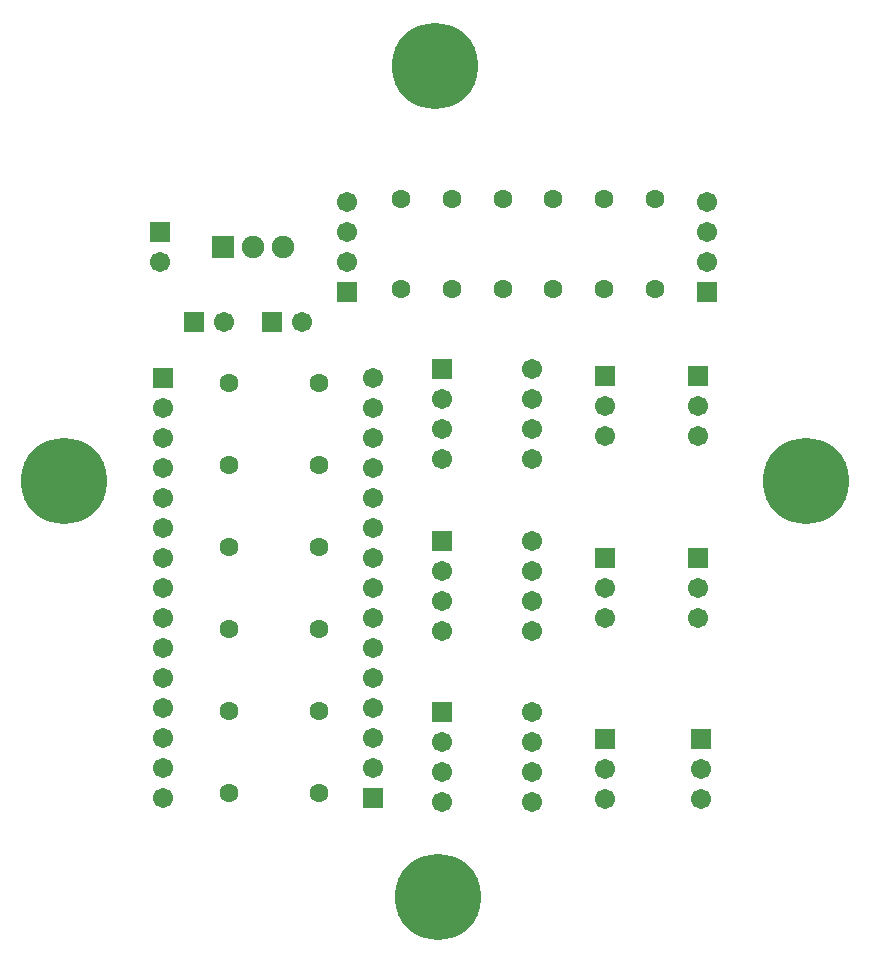
<source format=gts>
G04 Layer_Color=8388736*
%FSLAX44Y44*%
%MOMM*%
G71*
G01*
G75*
%ADD22R,1.7032X1.7032*%
%ADD23C,1.7032*%
%ADD24R,1.7032X1.7032*%
%ADD25C,1.6032*%
%ADD26R,1.9032X1.9032*%
%ADD27C,1.9032*%
%ADD28C,7.3032*%
D22*
X781050Y993140D02*
D03*
X624840Y920750D02*
D03*
X802640Y565150D02*
D03*
X1085850Y993140D02*
D03*
X1080770Y614680D02*
D03*
X999490D02*
D03*
X1078230Y768350D02*
D03*
X999490D02*
D03*
X1078230Y922020D02*
D03*
X999490D02*
D03*
X622300Y1043940D02*
D03*
D23*
X781050Y1018540D02*
D03*
Y1043940D02*
D03*
Y1069340D02*
D03*
X861060Y612140D02*
D03*
Y586740D02*
D03*
Y561340D02*
D03*
X937260Y637540D02*
D03*
Y612140D02*
D03*
Y586740D02*
D03*
Y561340D02*
D03*
X861060Y757555D02*
D03*
Y732155D02*
D03*
Y706755D02*
D03*
X937260Y782955D02*
D03*
Y757555D02*
D03*
Y732155D02*
D03*
Y706755D02*
D03*
X624840Y895350D02*
D03*
Y869950D02*
D03*
Y844550D02*
D03*
Y819150D02*
D03*
Y793750D02*
D03*
Y768350D02*
D03*
Y742950D02*
D03*
Y717550D02*
D03*
Y692150D02*
D03*
Y666750D02*
D03*
Y641350D02*
D03*
Y615950D02*
D03*
Y590550D02*
D03*
Y565150D02*
D03*
X802640Y590550D02*
D03*
Y615950D02*
D03*
Y641350D02*
D03*
Y666750D02*
D03*
Y692150D02*
D03*
Y717550D02*
D03*
Y742950D02*
D03*
Y768350D02*
D03*
Y793750D02*
D03*
Y819150D02*
D03*
Y844550D02*
D03*
Y869950D02*
D03*
Y895350D02*
D03*
Y920750D02*
D03*
X861060Y902970D02*
D03*
Y877570D02*
D03*
Y852170D02*
D03*
X937260Y928370D02*
D03*
Y902970D02*
D03*
Y877570D02*
D03*
Y852170D02*
D03*
X676910Y967740D02*
D03*
X742950D02*
D03*
X1085850Y1018540D02*
D03*
Y1043940D02*
D03*
Y1069340D02*
D03*
X1080770Y563880D02*
D03*
Y589280D02*
D03*
X999490Y563880D02*
D03*
Y589280D02*
D03*
X1078230Y717550D02*
D03*
Y742950D02*
D03*
X999490Y717550D02*
D03*
Y742950D02*
D03*
X1078230Y871220D02*
D03*
Y896620D02*
D03*
X999490Y871220D02*
D03*
Y896620D02*
D03*
X622300Y1018540D02*
D03*
D24*
X861060Y637540D02*
D03*
Y782955D02*
D03*
Y928370D02*
D03*
X651510Y967740D02*
D03*
X717550D02*
D03*
D25*
X756920Y916305D02*
D03*
X680720D02*
D03*
X756920Y846963D02*
D03*
X680720D02*
D03*
X756920Y777621D02*
D03*
X680720D02*
D03*
X756920Y708279D02*
D03*
X680720D02*
D03*
X756920Y638937D02*
D03*
X680720D02*
D03*
X756920Y569595D02*
D03*
X680720D02*
D03*
X1041400Y1071880D02*
D03*
Y995680D02*
D03*
X998474Y1071880D02*
D03*
Y995680D02*
D03*
X955548Y1071880D02*
D03*
Y995680D02*
D03*
X912622Y1071880D02*
D03*
Y995680D02*
D03*
X869696Y1071880D02*
D03*
Y995680D02*
D03*
X826770Y1071880D02*
D03*
Y995680D02*
D03*
D26*
X675640Y1031240D02*
D03*
D27*
X701040D02*
D03*
X726440D02*
D03*
D28*
X1169670Y833120D02*
D03*
X855345Y1184910D02*
D03*
X857631Y481330D02*
D03*
X541020Y833120D02*
D03*
M02*

</source>
